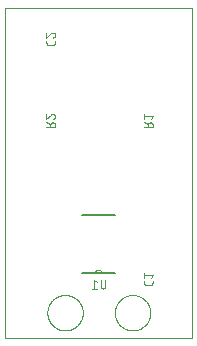
<source format=gbo>
G04 EAGLE Gerber RS-274X export*
G75*
%MOMM*%
%FSLAX34Y34*%
%LPD*%
%INSilk bottom*%
%IPPOS*%
%AMOC8*
5,1,8,0,0,1.08239X$1,22.5*%
G01*
%ADD10C,0.000000*%
%ADD11C,0.076200*%
%ADD12C,0.152400*%


D10*
X845725Y656175D02*
X845730Y656543D01*
X845743Y656911D01*
X845766Y657278D01*
X845797Y657645D01*
X845838Y658011D01*
X845887Y658376D01*
X845946Y658739D01*
X846013Y659101D01*
X846089Y659462D01*
X846175Y659820D01*
X846268Y660176D01*
X846371Y660529D01*
X846482Y660880D01*
X846602Y661228D01*
X846730Y661573D01*
X846867Y661915D01*
X847012Y662254D01*
X847165Y662588D01*
X847327Y662919D01*
X847496Y663246D01*
X847674Y663568D01*
X847859Y663887D01*
X848052Y664200D01*
X848253Y664509D01*
X848461Y664812D01*
X848677Y665110D01*
X848900Y665403D01*
X849130Y665691D01*
X849367Y665973D01*
X849611Y666248D01*
X849861Y666518D01*
X850118Y666782D01*
X850382Y667039D01*
X850652Y667289D01*
X850927Y667533D01*
X851209Y667770D01*
X851497Y668000D01*
X851790Y668223D01*
X852088Y668439D01*
X852391Y668647D01*
X852700Y668848D01*
X853013Y669041D01*
X853332Y669226D01*
X853654Y669404D01*
X853981Y669573D01*
X854312Y669735D01*
X854646Y669888D01*
X854985Y670033D01*
X855327Y670170D01*
X855672Y670298D01*
X856020Y670418D01*
X856371Y670529D01*
X856724Y670632D01*
X857080Y670725D01*
X857438Y670811D01*
X857799Y670887D01*
X858161Y670954D01*
X858524Y671013D01*
X858889Y671062D01*
X859255Y671103D01*
X859622Y671134D01*
X859989Y671157D01*
X860357Y671170D01*
X860725Y671175D01*
X861093Y671170D01*
X861461Y671157D01*
X861828Y671134D01*
X862195Y671103D01*
X862561Y671062D01*
X862926Y671013D01*
X863289Y670954D01*
X863651Y670887D01*
X864012Y670811D01*
X864370Y670725D01*
X864726Y670632D01*
X865079Y670529D01*
X865430Y670418D01*
X865778Y670298D01*
X866123Y670170D01*
X866465Y670033D01*
X866804Y669888D01*
X867138Y669735D01*
X867469Y669573D01*
X867796Y669404D01*
X868118Y669226D01*
X868437Y669041D01*
X868750Y668848D01*
X869059Y668647D01*
X869362Y668439D01*
X869660Y668223D01*
X869953Y668000D01*
X870241Y667770D01*
X870523Y667533D01*
X870798Y667289D01*
X871068Y667039D01*
X871332Y666782D01*
X871589Y666518D01*
X871839Y666248D01*
X872083Y665973D01*
X872320Y665691D01*
X872550Y665403D01*
X872773Y665110D01*
X872989Y664812D01*
X873197Y664509D01*
X873398Y664200D01*
X873591Y663887D01*
X873776Y663568D01*
X873954Y663246D01*
X874123Y662919D01*
X874285Y662588D01*
X874438Y662254D01*
X874583Y661915D01*
X874720Y661573D01*
X874848Y661228D01*
X874968Y660880D01*
X875079Y660529D01*
X875182Y660176D01*
X875275Y659820D01*
X875361Y659462D01*
X875437Y659101D01*
X875504Y658739D01*
X875563Y658376D01*
X875612Y658011D01*
X875653Y657645D01*
X875684Y657278D01*
X875707Y656911D01*
X875720Y656543D01*
X875725Y656175D01*
X875720Y655807D01*
X875707Y655439D01*
X875684Y655072D01*
X875653Y654705D01*
X875612Y654339D01*
X875563Y653974D01*
X875504Y653611D01*
X875437Y653249D01*
X875361Y652888D01*
X875275Y652530D01*
X875182Y652174D01*
X875079Y651821D01*
X874968Y651470D01*
X874848Y651122D01*
X874720Y650777D01*
X874583Y650435D01*
X874438Y650096D01*
X874285Y649762D01*
X874123Y649431D01*
X873954Y649104D01*
X873776Y648782D01*
X873591Y648463D01*
X873398Y648150D01*
X873197Y647841D01*
X872989Y647538D01*
X872773Y647240D01*
X872550Y646947D01*
X872320Y646659D01*
X872083Y646377D01*
X871839Y646102D01*
X871589Y645832D01*
X871332Y645568D01*
X871068Y645311D01*
X870798Y645061D01*
X870523Y644817D01*
X870241Y644580D01*
X869953Y644350D01*
X869660Y644127D01*
X869362Y643911D01*
X869059Y643703D01*
X868750Y643502D01*
X868437Y643309D01*
X868118Y643124D01*
X867796Y642946D01*
X867469Y642777D01*
X867138Y642615D01*
X866804Y642462D01*
X866465Y642317D01*
X866123Y642180D01*
X865778Y642052D01*
X865430Y641932D01*
X865079Y641821D01*
X864726Y641718D01*
X864370Y641625D01*
X864012Y641539D01*
X863651Y641463D01*
X863289Y641396D01*
X862926Y641337D01*
X862561Y641288D01*
X862195Y641247D01*
X861828Y641216D01*
X861461Y641193D01*
X861093Y641180D01*
X860725Y641175D01*
X860357Y641180D01*
X859989Y641193D01*
X859622Y641216D01*
X859255Y641247D01*
X858889Y641288D01*
X858524Y641337D01*
X858161Y641396D01*
X857799Y641463D01*
X857438Y641539D01*
X857080Y641625D01*
X856724Y641718D01*
X856371Y641821D01*
X856020Y641932D01*
X855672Y642052D01*
X855327Y642180D01*
X854985Y642317D01*
X854646Y642462D01*
X854312Y642615D01*
X853981Y642777D01*
X853654Y642946D01*
X853332Y643124D01*
X853013Y643309D01*
X852700Y643502D01*
X852391Y643703D01*
X852088Y643911D01*
X851790Y644127D01*
X851497Y644350D01*
X851209Y644580D01*
X850927Y644817D01*
X850652Y645061D01*
X850382Y645311D01*
X850118Y645568D01*
X849861Y645832D01*
X849611Y646102D01*
X849367Y646377D01*
X849130Y646659D01*
X848900Y646947D01*
X848677Y647240D01*
X848461Y647538D01*
X848253Y647841D01*
X848052Y648150D01*
X847859Y648463D01*
X847674Y648782D01*
X847496Y649104D01*
X847327Y649431D01*
X847165Y649762D01*
X847012Y650096D01*
X846867Y650435D01*
X846730Y650777D01*
X846602Y651122D01*
X846482Y651470D01*
X846371Y651821D01*
X846268Y652174D01*
X846175Y652530D01*
X846089Y652888D01*
X846013Y653249D01*
X845946Y653611D01*
X845887Y653974D01*
X845838Y654339D01*
X845797Y654705D01*
X845766Y655072D01*
X845743Y655439D01*
X845730Y655807D01*
X845725Y656175D01*
X902875Y656175D02*
X902880Y656543D01*
X902893Y656911D01*
X902916Y657278D01*
X902947Y657645D01*
X902988Y658011D01*
X903037Y658376D01*
X903096Y658739D01*
X903163Y659101D01*
X903239Y659462D01*
X903325Y659820D01*
X903418Y660176D01*
X903521Y660529D01*
X903632Y660880D01*
X903752Y661228D01*
X903880Y661573D01*
X904017Y661915D01*
X904162Y662254D01*
X904315Y662588D01*
X904477Y662919D01*
X904646Y663246D01*
X904824Y663568D01*
X905009Y663887D01*
X905202Y664200D01*
X905403Y664509D01*
X905611Y664812D01*
X905827Y665110D01*
X906050Y665403D01*
X906280Y665691D01*
X906517Y665973D01*
X906761Y666248D01*
X907011Y666518D01*
X907268Y666782D01*
X907532Y667039D01*
X907802Y667289D01*
X908077Y667533D01*
X908359Y667770D01*
X908647Y668000D01*
X908940Y668223D01*
X909238Y668439D01*
X909541Y668647D01*
X909850Y668848D01*
X910163Y669041D01*
X910482Y669226D01*
X910804Y669404D01*
X911131Y669573D01*
X911462Y669735D01*
X911796Y669888D01*
X912135Y670033D01*
X912477Y670170D01*
X912822Y670298D01*
X913170Y670418D01*
X913521Y670529D01*
X913874Y670632D01*
X914230Y670725D01*
X914588Y670811D01*
X914949Y670887D01*
X915311Y670954D01*
X915674Y671013D01*
X916039Y671062D01*
X916405Y671103D01*
X916772Y671134D01*
X917139Y671157D01*
X917507Y671170D01*
X917875Y671175D01*
X918243Y671170D01*
X918611Y671157D01*
X918978Y671134D01*
X919345Y671103D01*
X919711Y671062D01*
X920076Y671013D01*
X920439Y670954D01*
X920801Y670887D01*
X921162Y670811D01*
X921520Y670725D01*
X921876Y670632D01*
X922229Y670529D01*
X922580Y670418D01*
X922928Y670298D01*
X923273Y670170D01*
X923615Y670033D01*
X923954Y669888D01*
X924288Y669735D01*
X924619Y669573D01*
X924946Y669404D01*
X925268Y669226D01*
X925587Y669041D01*
X925900Y668848D01*
X926209Y668647D01*
X926512Y668439D01*
X926810Y668223D01*
X927103Y668000D01*
X927391Y667770D01*
X927673Y667533D01*
X927948Y667289D01*
X928218Y667039D01*
X928482Y666782D01*
X928739Y666518D01*
X928989Y666248D01*
X929233Y665973D01*
X929470Y665691D01*
X929700Y665403D01*
X929923Y665110D01*
X930139Y664812D01*
X930347Y664509D01*
X930548Y664200D01*
X930741Y663887D01*
X930926Y663568D01*
X931104Y663246D01*
X931273Y662919D01*
X931435Y662588D01*
X931588Y662254D01*
X931733Y661915D01*
X931870Y661573D01*
X931998Y661228D01*
X932118Y660880D01*
X932229Y660529D01*
X932332Y660176D01*
X932425Y659820D01*
X932511Y659462D01*
X932587Y659101D01*
X932654Y658739D01*
X932713Y658376D01*
X932762Y658011D01*
X932803Y657645D01*
X932834Y657278D01*
X932857Y656911D01*
X932870Y656543D01*
X932875Y656175D01*
X932870Y655807D01*
X932857Y655439D01*
X932834Y655072D01*
X932803Y654705D01*
X932762Y654339D01*
X932713Y653974D01*
X932654Y653611D01*
X932587Y653249D01*
X932511Y652888D01*
X932425Y652530D01*
X932332Y652174D01*
X932229Y651821D01*
X932118Y651470D01*
X931998Y651122D01*
X931870Y650777D01*
X931733Y650435D01*
X931588Y650096D01*
X931435Y649762D01*
X931273Y649431D01*
X931104Y649104D01*
X930926Y648782D01*
X930741Y648463D01*
X930548Y648150D01*
X930347Y647841D01*
X930139Y647538D01*
X929923Y647240D01*
X929700Y646947D01*
X929470Y646659D01*
X929233Y646377D01*
X928989Y646102D01*
X928739Y645832D01*
X928482Y645568D01*
X928218Y645311D01*
X927948Y645061D01*
X927673Y644817D01*
X927391Y644580D01*
X927103Y644350D01*
X926810Y644127D01*
X926512Y643911D01*
X926209Y643703D01*
X925900Y643502D01*
X925587Y643309D01*
X925268Y643124D01*
X924946Y642946D01*
X924619Y642777D01*
X924288Y642615D01*
X923954Y642462D01*
X923615Y642317D01*
X923273Y642180D01*
X922928Y642052D01*
X922580Y641932D01*
X922229Y641821D01*
X921876Y641718D01*
X921520Y641625D01*
X921162Y641539D01*
X920801Y641463D01*
X920439Y641396D01*
X920076Y641337D01*
X919711Y641288D01*
X919345Y641247D01*
X918978Y641216D01*
X918611Y641193D01*
X918243Y641180D01*
X917875Y641175D01*
X917507Y641180D01*
X917139Y641193D01*
X916772Y641216D01*
X916405Y641247D01*
X916039Y641288D01*
X915674Y641337D01*
X915311Y641396D01*
X914949Y641463D01*
X914588Y641539D01*
X914230Y641625D01*
X913874Y641718D01*
X913521Y641821D01*
X913170Y641932D01*
X912822Y642052D01*
X912477Y642180D01*
X912135Y642317D01*
X911796Y642462D01*
X911462Y642615D01*
X911131Y642777D01*
X910804Y642946D01*
X910482Y643124D01*
X910163Y643309D01*
X909850Y643502D01*
X909541Y643703D01*
X909238Y643911D01*
X908940Y644127D01*
X908647Y644350D01*
X908359Y644580D01*
X908077Y644817D01*
X907802Y645061D01*
X907532Y645311D01*
X907268Y645568D01*
X907011Y645832D01*
X906761Y646102D01*
X906517Y646377D01*
X906280Y646659D01*
X906050Y646947D01*
X905827Y647240D01*
X905611Y647538D01*
X905403Y647841D01*
X905202Y648150D01*
X905009Y648463D01*
X904824Y648782D01*
X904646Y649104D01*
X904477Y649431D01*
X904315Y649762D01*
X904162Y650096D01*
X904017Y650435D01*
X903880Y650777D01*
X903752Y651122D01*
X903632Y651470D01*
X903521Y651821D01*
X903418Y652174D01*
X903325Y652530D01*
X903239Y652888D01*
X903163Y653249D01*
X903096Y653611D01*
X903037Y653974D01*
X902988Y654339D01*
X902947Y654705D01*
X902916Y655072D01*
X902893Y655439D01*
X902880Y655807D01*
X902875Y656175D01*
X968375Y914400D02*
X809625Y914400D01*
X809625Y635000D01*
X968375Y635000D02*
X968375Y914400D01*
X968375Y635000D02*
X809625Y635000D01*
D11*
X844931Y884668D02*
X844931Y886305D01*
X844931Y884668D02*
X844933Y884590D01*
X844938Y884512D01*
X844948Y884435D01*
X844961Y884358D01*
X844977Y884282D01*
X844997Y884207D01*
X845021Y884133D01*
X845048Y884060D01*
X845079Y883988D01*
X845113Y883918D01*
X845150Y883850D01*
X845191Y883783D01*
X845235Y883718D01*
X845281Y883656D01*
X845331Y883596D01*
X845383Y883538D01*
X845438Y883483D01*
X845496Y883431D01*
X845556Y883381D01*
X845618Y883335D01*
X845683Y883291D01*
X845750Y883250D01*
X845818Y883213D01*
X845888Y883179D01*
X845960Y883148D01*
X846033Y883121D01*
X846107Y883097D01*
X846182Y883077D01*
X846258Y883061D01*
X846335Y883048D01*
X846412Y883038D01*
X846490Y883033D01*
X846568Y883031D01*
X850660Y883031D01*
X850738Y883033D01*
X850816Y883038D01*
X850893Y883048D01*
X850970Y883061D01*
X851046Y883077D01*
X851121Y883097D01*
X851195Y883121D01*
X851268Y883148D01*
X851340Y883179D01*
X851410Y883213D01*
X851479Y883250D01*
X851545Y883291D01*
X851610Y883335D01*
X851672Y883381D01*
X851732Y883431D01*
X851790Y883483D01*
X851845Y883538D01*
X851897Y883596D01*
X851947Y883656D01*
X851993Y883718D01*
X852037Y883783D01*
X852078Y883850D01*
X852115Y883918D01*
X852149Y883988D01*
X852180Y884060D01*
X852207Y884133D01*
X852231Y884207D01*
X852251Y884282D01*
X852267Y884358D01*
X852280Y884435D01*
X852290Y884512D01*
X852295Y884590D01*
X852297Y884668D01*
X852297Y886305D01*
X852298Y891401D02*
X852296Y891486D01*
X852290Y891571D01*
X852280Y891655D01*
X852267Y891739D01*
X852249Y891823D01*
X852228Y891905D01*
X852203Y891986D01*
X852174Y892066D01*
X852141Y892145D01*
X852105Y892222D01*
X852065Y892297D01*
X852022Y892371D01*
X851976Y892442D01*
X851926Y892511D01*
X851873Y892578D01*
X851817Y892642D01*
X851758Y892703D01*
X851697Y892762D01*
X851633Y892818D01*
X851566Y892871D01*
X851497Y892921D01*
X851426Y892967D01*
X851352Y893010D01*
X851277Y893050D01*
X851200Y893086D01*
X851121Y893119D01*
X851041Y893148D01*
X850960Y893173D01*
X850878Y893194D01*
X850794Y893212D01*
X850710Y893225D01*
X850626Y893235D01*
X850541Y893241D01*
X850456Y893243D01*
X852297Y891401D02*
X852295Y891305D01*
X852289Y891209D01*
X852279Y891114D01*
X852266Y891019D01*
X852248Y890924D01*
X852227Y890831D01*
X852202Y890738D01*
X852173Y890647D01*
X852141Y890556D01*
X852105Y890467D01*
X852065Y890380D01*
X852022Y890294D01*
X851976Y890210D01*
X851926Y890128D01*
X851872Y890048D01*
X851816Y889971D01*
X851756Y889896D01*
X851694Y889823D01*
X851628Y889753D01*
X851560Y889685D01*
X851489Y889620D01*
X851416Y889559D01*
X851340Y889500D01*
X851261Y889444D01*
X851181Y889392D01*
X851098Y889343D01*
X851014Y889297D01*
X850928Y889255D01*
X850840Y889217D01*
X850751Y889182D01*
X850660Y889150D01*
X849024Y892628D02*
X849083Y892688D01*
X849145Y892745D01*
X849209Y892800D01*
X849276Y892851D01*
X849345Y892900D01*
X849415Y892946D01*
X849488Y892989D01*
X849562Y893029D01*
X849638Y893065D01*
X849716Y893098D01*
X849795Y893128D01*
X849875Y893155D01*
X849956Y893178D01*
X850038Y893197D01*
X850120Y893213D01*
X850204Y893226D01*
X850288Y893235D01*
X850372Y893240D01*
X850456Y893242D01*
X849023Y892628D02*
X844931Y889150D01*
X844931Y893242D01*
X927481Y683105D02*
X927481Y681468D01*
X927483Y681390D01*
X927488Y681312D01*
X927498Y681235D01*
X927511Y681158D01*
X927527Y681082D01*
X927547Y681007D01*
X927571Y680933D01*
X927598Y680860D01*
X927629Y680788D01*
X927663Y680718D01*
X927700Y680650D01*
X927741Y680583D01*
X927785Y680518D01*
X927831Y680456D01*
X927881Y680396D01*
X927933Y680338D01*
X927988Y680283D01*
X928046Y680231D01*
X928106Y680181D01*
X928168Y680135D01*
X928233Y680091D01*
X928300Y680050D01*
X928368Y680013D01*
X928438Y679979D01*
X928510Y679948D01*
X928583Y679921D01*
X928657Y679897D01*
X928732Y679877D01*
X928808Y679861D01*
X928885Y679848D01*
X928962Y679838D01*
X929040Y679833D01*
X929118Y679831D01*
X933210Y679831D01*
X933288Y679833D01*
X933366Y679838D01*
X933443Y679848D01*
X933520Y679861D01*
X933596Y679877D01*
X933671Y679897D01*
X933745Y679921D01*
X933818Y679948D01*
X933890Y679979D01*
X933960Y680013D01*
X934029Y680050D01*
X934095Y680091D01*
X934160Y680135D01*
X934222Y680181D01*
X934282Y680231D01*
X934340Y680283D01*
X934395Y680338D01*
X934447Y680396D01*
X934497Y680456D01*
X934543Y680518D01*
X934587Y680583D01*
X934628Y680650D01*
X934665Y680718D01*
X934699Y680788D01*
X934730Y680860D01*
X934757Y680933D01*
X934781Y681007D01*
X934801Y681082D01*
X934817Y681158D01*
X934830Y681235D01*
X934840Y681312D01*
X934845Y681390D01*
X934847Y681468D01*
X934847Y683105D01*
X933210Y685950D02*
X934847Y687996D01*
X927481Y687996D01*
X927481Y685950D02*
X927481Y690042D01*
X927481Y813181D02*
X934847Y813181D01*
X934847Y815227D01*
X934845Y815316D01*
X934839Y815405D01*
X934829Y815494D01*
X934816Y815582D01*
X934799Y815670D01*
X934777Y815757D01*
X934752Y815842D01*
X934724Y815927D01*
X934691Y816010D01*
X934655Y816092D01*
X934616Y816172D01*
X934573Y816250D01*
X934527Y816326D01*
X934477Y816401D01*
X934424Y816473D01*
X934368Y816542D01*
X934309Y816609D01*
X934248Y816674D01*
X934183Y816735D01*
X934116Y816794D01*
X934047Y816850D01*
X933975Y816903D01*
X933900Y816953D01*
X933824Y816999D01*
X933746Y817042D01*
X933666Y817081D01*
X933584Y817117D01*
X933501Y817150D01*
X933416Y817178D01*
X933331Y817203D01*
X933244Y817225D01*
X933156Y817242D01*
X933068Y817255D01*
X932979Y817265D01*
X932890Y817271D01*
X932801Y817273D01*
X932712Y817271D01*
X932623Y817265D01*
X932534Y817255D01*
X932446Y817242D01*
X932358Y817225D01*
X932271Y817203D01*
X932186Y817178D01*
X932101Y817150D01*
X932018Y817117D01*
X931936Y817081D01*
X931856Y817042D01*
X931778Y816999D01*
X931702Y816953D01*
X931627Y816903D01*
X931555Y816850D01*
X931486Y816794D01*
X931419Y816735D01*
X931354Y816674D01*
X931293Y816609D01*
X931234Y816542D01*
X931178Y816473D01*
X931125Y816401D01*
X931075Y816326D01*
X931029Y816250D01*
X930986Y816172D01*
X930947Y816092D01*
X930911Y816010D01*
X930878Y815927D01*
X930850Y815842D01*
X930825Y815757D01*
X930803Y815670D01*
X930786Y815582D01*
X930773Y815494D01*
X930763Y815405D01*
X930757Y815316D01*
X930755Y815227D01*
X930755Y813181D01*
X930755Y815636D02*
X927481Y817273D01*
X933210Y820445D02*
X934847Y822491D01*
X927481Y822491D01*
X927481Y820445D02*
X927481Y824537D01*
X852297Y813181D02*
X844931Y813181D01*
X852297Y813181D02*
X852297Y815227D01*
X852295Y815316D01*
X852289Y815405D01*
X852279Y815494D01*
X852266Y815582D01*
X852249Y815670D01*
X852227Y815757D01*
X852202Y815842D01*
X852174Y815927D01*
X852141Y816010D01*
X852105Y816092D01*
X852066Y816172D01*
X852023Y816250D01*
X851977Y816326D01*
X851927Y816401D01*
X851874Y816473D01*
X851818Y816542D01*
X851759Y816609D01*
X851698Y816674D01*
X851633Y816735D01*
X851566Y816794D01*
X851497Y816850D01*
X851425Y816903D01*
X851350Y816953D01*
X851274Y816999D01*
X851196Y817042D01*
X851116Y817081D01*
X851034Y817117D01*
X850951Y817150D01*
X850866Y817178D01*
X850781Y817203D01*
X850694Y817225D01*
X850606Y817242D01*
X850518Y817255D01*
X850429Y817265D01*
X850340Y817271D01*
X850251Y817273D01*
X850162Y817271D01*
X850073Y817265D01*
X849984Y817255D01*
X849896Y817242D01*
X849808Y817225D01*
X849721Y817203D01*
X849636Y817178D01*
X849551Y817150D01*
X849468Y817117D01*
X849386Y817081D01*
X849306Y817042D01*
X849228Y816999D01*
X849152Y816953D01*
X849077Y816903D01*
X849005Y816850D01*
X848936Y816794D01*
X848869Y816735D01*
X848804Y816674D01*
X848743Y816609D01*
X848684Y816542D01*
X848628Y816473D01*
X848575Y816401D01*
X848525Y816326D01*
X848479Y816250D01*
X848436Y816172D01*
X848397Y816092D01*
X848361Y816010D01*
X848328Y815927D01*
X848300Y815842D01*
X848275Y815757D01*
X848253Y815670D01*
X848236Y815582D01*
X848223Y815494D01*
X848213Y815405D01*
X848207Y815316D01*
X848205Y815227D01*
X848205Y813181D01*
X848205Y815636D02*
X844931Y817273D01*
X850456Y824538D02*
X850541Y824536D01*
X850626Y824530D01*
X850710Y824520D01*
X850794Y824507D01*
X850878Y824489D01*
X850960Y824468D01*
X851041Y824443D01*
X851121Y824414D01*
X851200Y824381D01*
X851277Y824345D01*
X851352Y824305D01*
X851426Y824262D01*
X851497Y824216D01*
X851566Y824166D01*
X851633Y824113D01*
X851697Y824057D01*
X851758Y823998D01*
X851817Y823937D01*
X851873Y823873D01*
X851926Y823806D01*
X851976Y823737D01*
X852022Y823666D01*
X852065Y823592D01*
X852105Y823517D01*
X852141Y823440D01*
X852174Y823361D01*
X852203Y823281D01*
X852228Y823200D01*
X852249Y823118D01*
X852267Y823034D01*
X852280Y822950D01*
X852290Y822866D01*
X852296Y822781D01*
X852298Y822696D01*
X852297Y822696D02*
X852295Y822600D01*
X852289Y822504D01*
X852279Y822409D01*
X852266Y822314D01*
X852248Y822219D01*
X852227Y822126D01*
X852202Y822033D01*
X852173Y821942D01*
X852141Y821851D01*
X852105Y821762D01*
X852065Y821675D01*
X852022Y821589D01*
X851976Y821505D01*
X851926Y821423D01*
X851872Y821343D01*
X851816Y821266D01*
X851756Y821191D01*
X851694Y821118D01*
X851628Y821048D01*
X851560Y820980D01*
X851489Y820915D01*
X851416Y820854D01*
X851340Y820795D01*
X851261Y820739D01*
X851181Y820687D01*
X851098Y820638D01*
X851014Y820592D01*
X850928Y820550D01*
X850840Y820512D01*
X850751Y820477D01*
X850660Y820445D01*
X849024Y823923D02*
X849083Y823983D01*
X849145Y824040D01*
X849209Y824095D01*
X849276Y824146D01*
X849345Y824195D01*
X849415Y824241D01*
X849488Y824284D01*
X849562Y824324D01*
X849638Y824360D01*
X849716Y824393D01*
X849795Y824423D01*
X849875Y824450D01*
X849956Y824473D01*
X850038Y824492D01*
X850120Y824508D01*
X850204Y824521D01*
X850288Y824530D01*
X850372Y824535D01*
X850456Y824537D01*
X849023Y823923D02*
X844931Y820445D01*
X844931Y824537D01*
D12*
X875284Y739267D02*
X902716Y739267D01*
X902716Y689483D02*
X892048Y689483D01*
X885952Y689483D01*
X875284Y689483D01*
D10*
X885952Y689483D02*
X885954Y689592D01*
X885960Y689700D01*
X885969Y689809D01*
X885983Y689917D01*
X886000Y690024D01*
X886022Y690131D01*
X886047Y690237D01*
X886075Y690342D01*
X886108Y690446D01*
X886144Y690548D01*
X886184Y690649D01*
X886227Y690749D01*
X886274Y690847D01*
X886325Y690944D01*
X886379Y691038D01*
X886436Y691131D01*
X886496Y691221D01*
X886560Y691310D01*
X886627Y691396D01*
X886696Y691479D01*
X886769Y691560D01*
X886845Y691638D01*
X886923Y691714D01*
X887004Y691787D01*
X887087Y691856D01*
X887173Y691923D01*
X887262Y691987D01*
X887352Y692047D01*
X887445Y692104D01*
X887539Y692158D01*
X887636Y692209D01*
X887734Y692256D01*
X887834Y692299D01*
X887935Y692339D01*
X888037Y692375D01*
X888141Y692408D01*
X888246Y692436D01*
X888352Y692461D01*
X888459Y692483D01*
X888566Y692500D01*
X888674Y692514D01*
X888783Y692523D01*
X888891Y692529D01*
X889000Y692531D01*
X889109Y692529D01*
X889217Y692523D01*
X889326Y692514D01*
X889434Y692500D01*
X889541Y692483D01*
X889648Y692461D01*
X889754Y692436D01*
X889859Y692408D01*
X889963Y692375D01*
X890065Y692339D01*
X890166Y692299D01*
X890266Y692256D01*
X890364Y692209D01*
X890461Y692158D01*
X890555Y692104D01*
X890648Y692047D01*
X890738Y691987D01*
X890827Y691923D01*
X890913Y691856D01*
X890996Y691787D01*
X891077Y691714D01*
X891155Y691638D01*
X891231Y691560D01*
X891304Y691479D01*
X891373Y691396D01*
X891440Y691310D01*
X891504Y691221D01*
X891564Y691131D01*
X891621Y691038D01*
X891675Y690944D01*
X891726Y690847D01*
X891773Y690749D01*
X891816Y690649D01*
X891856Y690548D01*
X891892Y690446D01*
X891925Y690342D01*
X891953Y690237D01*
X891978Y690131D01*
X892000Y690024D01*
X892017Y689917D01*
X892031Y689809D01*
X892040Y689700D01*
X892046Y689592D01*
X892048Y689483D01*
D11*
X894969Y684022D02*
X894969Y678702D01*
X894967Y678613D01*
X894961Y678524D01*
X894951Y678435D01*
X894938Y678347D01*
X894921Y678259D01*
X894899Y678172D01*
X894874Y678087D01*
X894846Y678002D01*
X894813Y677919D01*
X894777Y677837D01*
X894738Y677757D01*
X894695Y677679D01*
X894649Y677603D01*
X894599Y677528D01*
X894546Y677456D01*
X894490Y677387D01*
X894431Y677320D01*
X894370Y677255D01*
X894305Y677194D01*
X894238Y677135D01*
X894169Y677079D01*
X894097Y677026D01*
X894022Y676976D01*
X893946Y676930D01*
X893868Y676887D01*
X893788Y676848D01*
X893706Y676812D01*
X893623Y676779D01*
X893538Y676751D01*
X893453Y676726D01*
X893366Y676704D01*
X893278Y676687D01*
X893190Y676674D01*
X893101Y676664D01*
X893012Y676658D01*
X892923Y676656D01*
X892834Y676658D01*
X892745Y676664D01*
X892656Y676674D01*
X892568Y676687D01*
X892480Y676704D01*
X892393Y676726D01*
X892308Y676751D01*
X892223Y676779D01*
X892140Y676812D01*
X892058Y676848D01*
X891978Y676887D01*
X891900Y676930D01*
X891824Y676976D01*
X891749Y677026D01*
X891677Y677079D01*
X891608Y677135D01*
X891541Y677194D01*
X891476Y677255D01*
X891415Y677320D01*
X891356Y677387D01*
X891300Y677456D01*
X891247Y677528D01*
X891197Y677603D01*
X891151Y677679D01*
X891108Y677757D01*
X891069Y677837D01*
X891033Y677919D01*
X891000Y678002D01*
X890972Y678087D01*
X890947Y678172D01*
X890925Y678259D01*
X890908Y678347D01*
X890895Y678435D01*
X890885Y678524D01*
X890879Y678613D01*
X890877Y678702D01*
X890877Y684022D01*
X887410Y682385D02*
X885364Y684022D01*
X885364Y676656D01*
X887410Y676656D02*
X883318Y676656D01*
M02*

</source>
